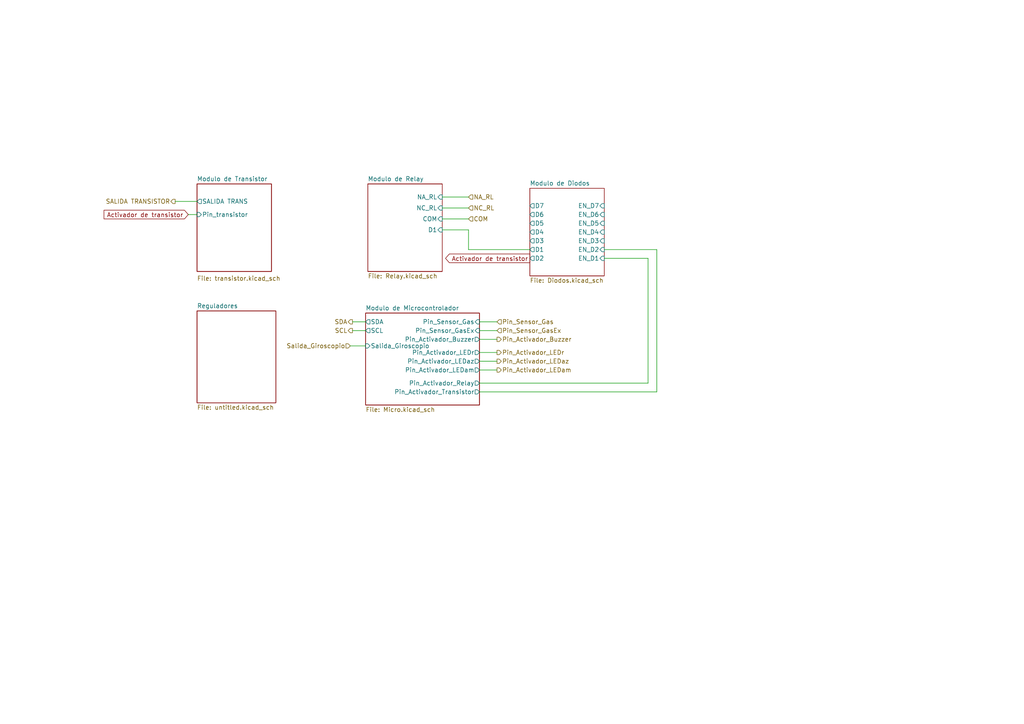
<source format=kicad_sch>
(kicad_sch (version 20230121) (generator eeschema)
  (paper "A4")
  (lib_symbols)
  (wire (pts (xy 128.27 63.5) (xy 135.89 63.5)))
  (wire (pts (xy 139.065 93.345) (xy 144.145 93.345)))
  (wire (pts (xy 50.8 58.42) (xy 57.15 58.42)))
  (wire (pts (xy 135.89 66.675) (xy 135.89 72.39)))
  (wire (pts (xy 190.5 72.39) (xy 175.26 72.39)))
  (wire (pts (xy 139.065 95.885) (xy 144.145 95.885)))
  (wire (pts (xy 187.96 111.125) (xy 187.96 74.93)))
  (wire (pts (xy 139.065 107.315) (xy 144.145 107.315)))
  (wire (pts (xy 102.235 93.345) (xy 106.045 93.345)))
  (wire (pts (xy 139.065 104.775) (xy 144.145 104.775)))
  (wire (pts (xy 139.065 113.665) (xy 190.5 113.665)))
  (wire (pts (xy 54.61 62.23) (xy 57.15 62.23)))
  (wire (pts (xy 135.89 72.39) (xy 153.67 72.39)))
  (wire (pts (xy 139.065 102.235) (xy 144.145 102.235)))
  (wire (pts (xy 139.065 111.125) (xy 187.96 111.125)))
  (wire (pts (xy 101.6 100.33) (xy 106.045 100.33)))
  (wire (pts (xy 190.5 72.39) (xy 190.5 113.665)))
  (wire (pts (xy 128.27 66.675) (xy 135.89 66.675)))
  (wire (pts (xy 128.27 60.325) (xy 135.89 60.325)))
  (wire (pts (xy 102.235 95.885) (xy 106.045 95.885)))
  (wire (pts (xy 139.065 98.425) (xy 144.145 98.425)))
  (wire (pts (xy 187.96 74.93) (xy 175.26 74.93)))
  (wire (pts (xy 128.27 57.15) (xy 135.89 57.15)))
  (global_label "Activador de transistor" (shape output) (at 153.67 74.93 180) (property "Intersheetrefs" "${INTERSHEET_REFS}" (effects hide)))
  (global_label "Activador de transistor" (shape input) (at 54.61 62.23 180) (property "Intersheetrefs" "${INTERSHEET_REFS}" (effects hide)))
  (hierarchical_label "Pin_Sensor_GasEx" (shape input) (at 144.145 95.885 0))
  (hierarchical_label "Pin_Activador_Buzzer" (shape output) (at 144.145 98.425 0))
  (hierarchical_label "Pin_Activador_LEDaz" (shape output) (at 144.145 104.775 0))
  (hierarchical_label "COM" (shape input) (at 135.89 63.5 0))
  (hierarchical_label "SALIDA TRANSISTOR" (shape output) (at 50.8 58.42 180))
  (hierarchical_label "Salida_Giroscopio" (shape input) (at 101.6 100.33 180))
  (hierarchical_label "SCL" (shape output) (at 102.235 95.885 180))
  (hierarchical_label "Pin_Sensor_Gas" (shape input) (at 144.145 93.345 0))
  (hierarchical_label "Pin_Activador_LEDr" (shape output) (at 144.145 102.235 0))
  (hierarchical_label "NC_RL" (shape input) (at 135.89 60.325 0))
  (hierarchical_label "SDA" (shape output) (at 102.235 93.345 180))
  (hierarchical_label "Pin_Activador_LEDam" (shape output) (at 144.145 107.315 0))
  (hierarchical_label "NA_RL" (shape input) (at 135.89 57.15 0))
  (sheet (at 106.68 53.34) (size 21.59 25.4) (stroke (width 0.1524))
    (property "Sheetname" "Modulo de Relay" (at 106.68 52.6284 0) (effects (justify left bottom)))
    (property "Sheetfile" "Relay.kicad_sch" (at 106.68 79.3246 0) (effects (justify left top)))
    (pin "NA_RL" input (at 128.27 57.15 0))
    (pin "D1" input (at 128.27 66.675 0))
    (pin "NC_RL" input (at 128.27 60.325 0))
    (pin "COM" input (at 128.27 63.5 0))
  )
  (sheet (at 106.045 90.805) (size 33.02 26.67) (stroke (width 0.1524))
    (property "Sheetname" "Modulo de Microcontrolador" (at 106.045 90.0934 0) (effects (justify left bottom)))
    (property "Sheetfile" "Micro.kicad_sch" (at 106.045 118.0596 0) (effects (justify left top)))
    (pin "Pin_Sensor_Gas" input (at 139.065 93.345 0))
    (pin "Pin_Activador_Buzzer" output (at 139.065 98.425 0))
    (pin "Pin_Activador_LEDr" output (at 139.065 102.235 0))
    (pin "Pin_Activador_Transistor" output (at 139.065 113.665 0))
    (pin "Pin_Activador_Relay" output (at 139.065 111.125 0))
    (pin "Pin_Sensor_GasEx" input (at 139.065 95.885 0))
    (pin "Pin_Activador_LEDaz" output (at 139.065 104.775 0))
    (pin "Pin_Activador_LEDam" output (at 139.065 107.315 0))
    (pin "SDA" output (at 106.045 93.345 180))
    (pin "SCL" output (at 106.045 95.885 180))
    (pin "Salida_Giroscopio" input (at 106.045 100.33 180))
  )
  (sheet (at 57.15 53.34) (size 21.59 25.4) (stroke (width 0.1524))
    (property "Sheetname" "Modulo de Transistor" (at 57.15 52.6284 0) (effects (justify left bottom)))
    (property "Sheetfile" "transistor.kicad_sch" (at 57.15 80.01 0) (effects (justify left top)))
    (pin "SALIDA TRANS" output (at 57.15 58.42 180))
    (pin "Pin_transistor" input (at 57.15 62.23 180))
  )
  (sheet (at 153.67 54.61) (size 21.59 25.4) (stroke (width 0.1524))
    (property "Sheetname" "Modulo de Diodos" (at 153.67 53.8984 0) (effects (justify left bottom)))
    (property "Sheetfile" "Diodos.kicad_sch" (at 153.67 80.5946 0) (effects (justify left top)))
    (pin "D6" output (at 153.67 62.23 180))
    (pin "D7" output (at 153.67 59.69 180))
    (pin "D5" output (at 153.67 64.77 180))
    (pin "D4" output (at 153.67 67.31 180))
    (pin "D3" output (at 153.67 69.85 180))
    (pin "D1" output (at 153.67 72.39 180))
    (pin "D2" output (at 153.67 74.93 180))
    (pin "EN_D6" input (at 175.26 62.23 0))
    (pin "EN_D7" input (at 175.26 59.69 0))
    (pin "EN_D2" input (at 175.26 72.39 0))
    (pin "EN_D1" input (at 175.26 74.93 0))
    (pin "EN_D3" input (at 175.26 69.85 0))
    (pin "EN_D4" input (at 175.26 67.31 0))
    (pin "EN_D5" input (at 175.26 64.77 0))
  )
  (sheet (at 57.15 90.17) (size 22.86 26.67) (stroke (width 0.1524))
    (property "Sheetname" "Reguladores" (at 57.15 89.4584 0) (effects (justify left bottom)))
    (property "Sheetfile" "untitled.kicad_sch" (at 57.15 117.4246 0) (effects (justify left top)))
  )
)
</source>
